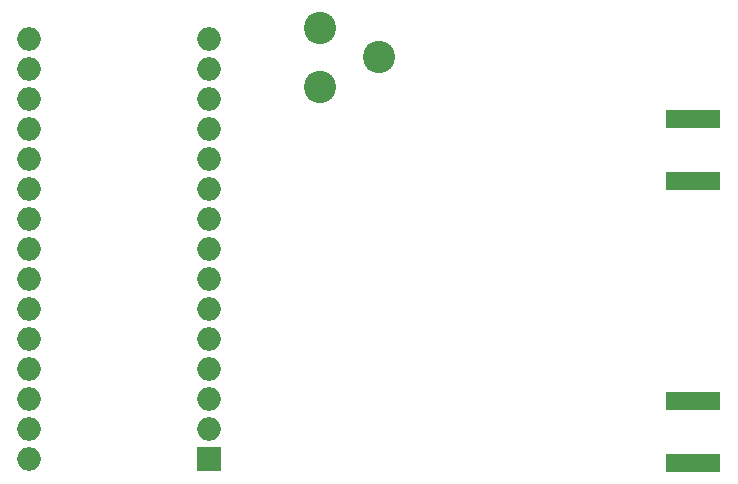
<source format=gbr>
G04 #@! TF.GenerationSoftware,KiCad,Pcbnew,6.0.0-rc1-unknown-0cca1c6~65~ubuntu16.04.1*
G04 #@! TF.CreationDate,2018-08-03T10:42:42+02:00*
G04 #@! TF.ProjectId,ArduinoSpecAn,41726475696E6F53706563416E2E6B69,1.0*
G04 #@! TF.SameCoordinates,Original*
G04 #@! TF.FileFunction,Soldermask,Bot*
G04 #@! TF.FilePolarity,Negative*
%FSLAX46Y46*%
G04 Gerber Fmt 4.6, Leading zero omitted, Abs format (unit mm)*
G04 Created by KiCad (PCBNEW 6.0.0-rc1-unknown-0cca1c6~65~ubuntu16.04.1) date Fri Aug  3 10:42:42 2018*
%MOMM*%
%LPD*%
G01*
G04 APERTURE LIST*
%ADD10R,4.600000X1.600000*%
%ADD11R,2.000000X2.000000*%
%ADD12O,2.000000X2.000000*%
%ADD13C,2.740000*%
G04 APERTURE END LIST*
D10*
G04 #@! TO.C,J1*
X165676000Y-120560000D03*
X165676000Y-125820000D03*
G04 #@! TD*
G04 #@! TO.C,J2*
X165676000Y-96684000D03*
X165676000Y-101944000D03*
G04 #@! TD*
D11*
G04 #@! TO.C,A1*
X124714000Y-125476000D03*
D12*
X109474000Y-92456000D03*
X124714000Y-122936000D03*
X109474000Y-94996000D03*
X124714000Y-120396000D03*
X109474000Y-97536000D03*
X124714000Y-117856000D03*
X109474000Y-100076000D03*
X124714000Y-115316000D03*
X109474000Y-102616000D03*
X124714000Y-112776000D03*
X109474000Y-105156000D03*
X124714000Y-110236000D03*
X109474000Y-107696000D03*
X124714000Y-107696000D03*
X109474000Y-110236000D03*
X124714000Y-105156000D03*
X109474000Y-112776000D03*
X124714000Y-102616000D03*
X109474000Y-115316000D03*
X124714000Y-100076000D03*
X109474000Y-117856000D03*
X124714000Y-97536000D03*
X109474000Y-120396000D03*
X124714000Y-94996000D03*
X109474000Y-122936000D03*
X124714000Y-92456000D03*
X109474000Y-125476000D03*
X124714000Y-89916000D03*
X109474000Y-89916000D03*
G04 #@! TD*
D13*
G04 #@! TO.C,Pot1*
X134112000Y-93980000D03*
X139112000Y-91480000D03*
X134112000Y-88980000D03*
G04 #@! TD*
M02*

</source>
